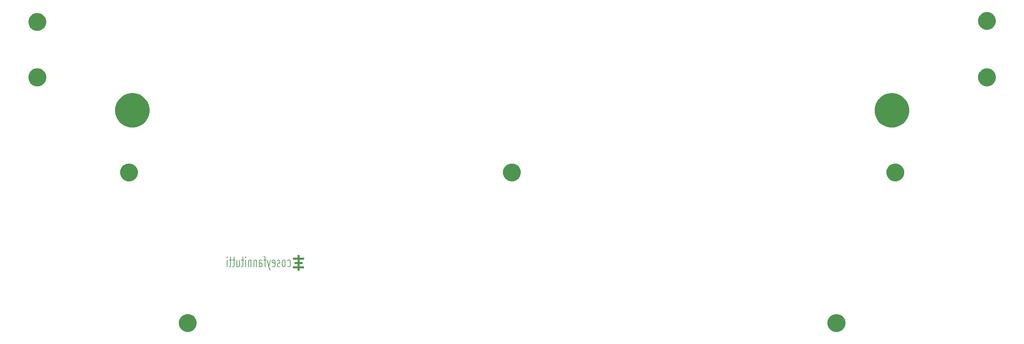
<source format=gbr>
G04 #@! TF.GenerationSoftware,KiCad,Pcbnew,(5.1.4)-1*
G04 #@! TF.CreationDate,2019-10-29T16:24:30-04:00*
G04 #@! TF.ProjectId,romeo-bottom,726f6d65-6f2d-4626-9f74-746f6d2e6b69,rev?*
G04 #@! TF.SameCoordinates,Original*
G04 #@! TF.FileFunction,Soldermask,Bot*
G04 #@! TF.FilePolarity,Negative*
%FSLAX46Y46*%
G04 Gerber Fmt 4.6, Leading zero omitted, Abs format (unit mm)*
G04 Created by KiCad (PCBNEW (5.1.4)-1) date 2019-10-29 16:24:30*
%MOMM*%
%LPD*%
G04 APERTURE LIST*
%ADD10C,0.200000*%
%ADD11C,0.010000*%
%ADD12C,2.000000*%
G04 APERTURE END LIST*
D10*
X88870514Y-77567504D02*
X89013371Y-77686552D01*
X89299085Y-77686552D01*
X89441942Y-77567504D01*
X89513371Y-77448457D01*
X89584800Y-77210361D01*
X89584800Y-76496076D01*
X89513371Y-76257980D01*
X89441942Y-76138933D01*
X89299085Y-76019885D01*
X89013371Y-76019885D01*
X88870514Y-76138933D01*
X88013371Y-77686552D02*
X88156228Y-77567504D01*
X88227657Y-77448457D01*
X88299085Y-77210361D01*
X88299085Y-76496076D01*
X88227657Y-76257980D01*
X88156228Y-76138933D01*
X88013371Y-76019885D01*
X87799085Y-76019885D01*
X87656228Y-76138933D01*
X87584800Y-76257980D01*
X87513371Y-76496076D01*
X87513371Y-77210361D01*
X87584800Y-77448457D01*
X87656228Y-77567504D01*
X87799085Y-77686552D01*
X88013371Y-77686552D01*
X86941942Y-77567504D02*
X86799085Y-77686552D01*
X86513371Y-77686552D01*
X86370514Y-77567504D01*
X86299085Y-77329409D01*
X86299085Y-77210361D01*
X86370514Y-76972266D01*
X86513371Y-76853219D01*
X86727657Y-76853219D01*
X86870514Y-76734171D01*
X86941942Y-76496076D01*
X86941942Y-76377028D01*
X86870514Y-76138933D01*
X86727657Y-76019885D01*
X86513371Y-76019885D01*
X86370514Y-76138933D01*
X85084800Y-77567504D02*
X85227657Y-77686552D01*
X85513371Y-77686552D01*
X85656228Y-77567504D01*
X85727657Y-77329409D01*
X85727657Y-76377028D01*
X85656228Y-76138933D01*
X85513371Y-76019885D01*
X85227657Y-76019885D01*
X85084800Y-76138933D01*
X85013371Y-76377028D01*
X85013371Y-76615123D01*
X85727657Y-76853219D01*
X84513371Y-76019885D02*
X84156228Y-77686552D01*
X83799085Y-76019885D02*
X84156228Y-77686552D01*
X84299085Y-78281790D01*
X84370514Y-78400838D01*
X84513371Y-78519885D01*
X83441942Y-76019885D02*
X82870514Y-76019885D01*
X83227657Y-77686552D02*
X83227657Y-75543695D01*
X83156228Y-75305600D01*
X83013371Y-75186552D01*
X82870514Y-75186552D01*
X81727657Y-77686552D02*
X81727657Y-76377028D01*
X81799085Y-76138933D01*
X81941942Y-76019885D01*
X82227657Y-76019885D01*
X82370514Y-76138933D01*
X81727657Y-77567504D02*
X81870514Y-77686552D01*
X82227657Y-77686552D01*
X82370514Y-77567504D01*
X82441942Y-77329409D01*
X82441942Y-77091314D01*
X82370514Y-76853219D01*
X82227657Y-76734171D01*
X81870514Y-76734171D01*
X81727657Y-76615123D01*
X81013371Y-76019885D02*
X81013371Y-77686552D01*
X81013371Y-76257980D02*
X80941942Y-76138933D01*
X80799085Y-76019885D01*
X80584800Y-76019885D01*
X80441942Y-76138933D01*
X80370514Y-76377028D01*
X80370514Y-77686552D01*
X79656228Y-76019885D02*
X79656228Y-77686552D01*
X79656228Y-76257980D02*
X79584800Y-76138933D01*
X79441942Y-76019885D01*
X79227657Y-76019885D01*
X79084800Y-76138933D01*
X79013371Y-76377028D01*
X79013371Y-77686552D01*
X78299085Y-77686552D02*
X78299085Y-76019885D01*
X78299085Y-75186552D02*
X78370514Y-75305600D01*
X78299085Y-75424647D01*
X78227657Y-75305600D01*
X78299085Y-75186552D01*
X78299085Y-75424647D01*
X77799085Y-76019885D02*
X77227657Y-76019885D01*
X77584800Y-75186552D02*
X77584800Y-77329409D01*
X77513371Y-77567504D01*
X77370514Y-77686552D01*
X77227657Y-77686552D01*
X76084800Y-76019885D02*
X76084800Y-77686552D01*
X76727657Y-76019885D02*
X76727657Y-77329409D01*
X76656228Y-77567504D01*
X76513371Y-77686552D01*
X76299085Y-77686552D01*
X76156228Y-77567504D01*
X76084800Y-77448457D01*
X75584800Y-76019885D02*
X75013371Y-76019885D01*
X75370514Y-75186552D02*
X75370514Y-77329409D01*
X75299085Y-77567504D01*
X75156228Y-77686552D01*
X75013371Y-77686552D01*
X74727657Y-76019885D02*
X74156228Y-76019885D01*
X74513371Y-75186552D02*
X74513371Y-77329409D01*
X74441942Y-77567504D01*
X74299085Y-77686552D01*
X74156228Y-77686552D01*
X73656228Y-77686552D02*
X73656228Y-76019885D01*
X73656228Y-75186552D02*
X73727657Y-75305600D01*
X73656228Y-75424647D01*
X73584800Y-75305600D01*
X73656228Y-75186552D01*
X73656228Y-75424647D01*
D11*
G36*
X91837934Y-78001377D02*
G01*
X92407317Y-77999200D01*
X92976700Y-77997024D01*
X92976700Y-77590624D01*
X91837934Y-77586272D01*
X91837934Y-76925991D01*
X92557601Y-76925991D01*
X92557601Y-76494191D01*
X91837934Y-76494191D01*
X91837934Y-75816977D01*
X92407317Y-75814800D01*
X92976700Y-75812624D01*
X92978963Y-75598841D01*
X92981225Y-75385058D01*
X91837934Y-75385058D01*
X91837934Y-74766991D01*
X91397667Y-74766991D01*
X91397667Y-75385058D01*
X90263134Y-75385058D01*
X90263134Y-75816857D01*
X91397667Y-75816857D01*
X91397667Y-76494191D01*
X90686467Y-76494191D01*
X90686467Y-76925991D01*
X91397667Y-76925991D01*
X91397667Y-77586391D01*
X90263134Y-77586391D01*
X90263134Y-78001257D01*
X91397448Y-78001257D01*
X91401900Y-78589691D01*
X91619917Y-78591950D01*
X91837934Y-78594210D01*
X91837934Y-78001377D01*
X91837934Y-78001377D01*
G37*
X91837934Y-78001377D02*
X92407317Y-77999200D01*
X92976700Y-77997024D01*
X92976700Y-77590624D01*
X91837934Y-77586272D01*
X91837934Y-76925991D01*
X92557601Y-76925991D01*
X92557601Y-76494191D01*
X91837934Y-76494191D01*
X91837934Y-75816977D01*
X92407317Y-75814800D01*
X92976700Y-75812624D01*
X92978963Y-75598841D01*
X92981225Y-75385058D01*
X91837934Y-75385058D01*
X91837934Y-74766991D01*
X91397667Y-74766991D01*
X91397667Y-75385058D01*
X90263134Y-75385058D01*
X90263134Y-75816857D01*
X91397667Y-75816857D01*
X91397667Y-76494191D01*
X90686467Y-76494191D01*
X90686467Y-76925991D01*
X91397667Y-76925991D01*
X91397667Y-77586391D01*
X90263134Y-77586391D01*
X90263134Y-78001257D01*
X91397448Y-78001257D01*
X91401900Y-78589691D01*
X91619917Y-78591950D01*
X91837934Y-78594210D01*
X91837934Y-78001377D01*
D12*
G36*
X63979080Y-89682376D02*
G01*
X64359793Y-89758104D01*
X64769449Y-89927789D01*
X65138129Y-90174134D01*
X65451666Y-90487671D01*
X65698011Y-90856351D01*
X65867696Y-91266007D01*
X65954200Y-91700896D01*
X65954200Y-92144304D01*
X65867696Y-92579193D01*
X65698011Y-92988849D01*
X65451666Y-93357529D01*
X65138129Y-93671066D01*
X64769449Y-93917411D01*
X64359793Y-94087096D01*
X63979080Y-94162824D01*
X63924905Y-94173600D01*
X63481495Y-94173600D01*
X63427320Y-94162824D01*
X63046607Y-94087096D01*
X62636951Y-93917411D01*
X62268271Y-93671066D01*
X61954734Y-93357529D01*
X61708389Y-92988849D01*
X61538704Y-92579193D01*
X61452200Y-92144304D01*
X61452200Y-91700896D01*
X61538704Y-91266007D01*
X61708389Y-90856351D01*
X61954734Y-90487671D01*
X62268271Y-90174134D01*
X62636951Y-89927789D01*
X63046607Y-89758104D01*
X63427320Y-89682376D01*
X63481495Y-89671600D01*
X63924905Y-89671600D01*
X63979080Y-89682376D01*
X63979080Y-89682376D01*
G37*
G36*
X227656680Y-89682376D02*
G01*
X228037393Y-89758104D01*
X228447049Y-89927789D01*
X228815729Y-90174134D01*
X229129266Y-90487671D01*
X229375611Y-90856351D01*
X229545296Y-91266007D01*
X229631800Y-91700896D01*
X229631800Y-92144304D01*
X229545296Y-92579193D01*
X229375611Y-92988849D01*
X229129266Y-93357529D01*
X228815729Y-93671066D01*
X228447049Y-93917411D01*
X228037393Y-94087096D01*
X227656680Y-94162824D01*
X227602505Y-94173600D01*
X227159095Y-94173600D01*
X227104920Y-94162824D01*
X226724207Y-94087096D01*
X226314551Y-93917411D01*
X225945871Y-93671066D01*
X225632334Y-93357529D01*
X225385989Y-92988849D01*
X225216304Y-92579193D01*
X225129800Y-92144304D01*
X225129800Y-91700896D01*
X225216304Y-91266007D01*
X225385989Y-90856351D01*
X225632334Y-90487671D01*
X225945871Y-90174134D01*
X226314551Y-89927789D01*
X226724207Y-89758104D01*
X227104920Y-89682376D01*
X227159095Y-89671600D01*
X227602505Y-89671600D01*
X227656680Y-89682376D01*
X227656680Y-89682376D01*
G37*
G36*
X242515680Y-51582376D02*
G01*
X242896393Y-51658104D01*
X243306049Y-51827789D01*
X243674729Y-52074134D01*
X243988266Y-52387671D01*
X244234611Y-52756351D01*
X244404296Y-53166007D01*
X244490800Y-53600896D01*
X244490800Y-54044304D01*
X244404296Y-54479193D01*
X244234611Y-54888849D01*
X243988266Y-55257529D01*
X243674729Y-55571066D01*
X243306049Y-55817411D01*
X242896393Y-55987096D01*
X242515680Y-56062824D01*
X242461505Y-56073600D01*
X242018095Y-56073600D01*
X241963920Y-56062824D01*
X241583207Y-55987096D01*
X241173551Y-55817411D01*
X240804871Y-55571066D01*
X240491334Y-55257529D01*
X240244989Y-54888849D01*
X240075304Y-54479193D01*
X239988800Y-54044304D01*
X239988800Y-53600896D01*
X240075304Y-53166007D01*
X240244989Y-52756351D01*
X240491334Y-52387671D01*
X240804871Y-52074134D01*
X241173551Y-51827789D01*
X241583207Y-51658104D01*
X241963920Y-51582376D01*
X242018095Y-51571600D01*
X242461505Y-51571600D01*
X242515680Y-51582376D01*
X242515680Y-51582376D01*
G37*
G36*
X145780379Y-51582376D02*
G01*
X146161092Y-51658104D01*
X146570748Y-51827789D01*
X146939428Y-52074134D01*
X147252965Y-52387671D01*
X147499310Y-52756351D01*
X147668995Y-53166007D01*
X147755499Y-53600896D01*
X147755499Y-54044304D01*
X147668995Y-54479193D01*
X147499310Y-54888849D01*
X147252965Y-55257529D01*
X146939428Y-55571066D01*
X146570748Y-55817411D01*
X146161092Y-55987096D01*
X145780379Y-56062824D01*
X145726204Y-56073600D01*
X145282794Y-56073600D01*
X145228619Y-56062824D01*
X144847906Y-55987096D01*
X144438250Y-55817411D01*
X144069570Y-55571066D01*
X143756033Y-55257529D01*
X143509688Y-54888849D01*
X143340003Y-54479193D01*
X143253499Y-54044304D01*
X143253499Y-53600896D01*
X143340003Y-53166007D01*
X143509688Y-52756351D01*
X143756033Y-52387671D01*
X144069570Y-52074134D01*
X144438250Y-51827789D01*
X144847906Y-51658104D01*
X145228619Y-51582376D01*
X145282794Y-51571600D01*
X145726204Y-51571600D01*
X145780379Y-51582376D01*
X145780379Y-51582376D01*
G37*
G36*
X49120080Y-51582376D02*
G01*
X49500793Y-51658104D01*
X49910449Y-51827789D01*
X50279129Y-52074134D01*
X50592666Y-52387671D01*
X50839011Y-52756351D01*
X51008696Y-53166007D01*
X51095200Y-53600896D01*
X51095200Y-54044304D01*
X51008696Y-54479193D01*
X50839011Y-54888849D01*
X50592666Y-55257529D01*
X50279129Y-55571066D01*
X49910449Y-55817411D01*
X49500793Y-55987096D01*
X49120080Y-56062824D01*
X49065905Y-56073600D01*
X48622495Y-56073600D01*
X48568320Y-56062824D01*
X48187607Y-55987096D01*
X47777951Y-55817411D01*
X47409271Y-55571066D01*
X47095734Y-55257529D01*
X46849389Y-54888849D01*
X46679704Y-54479193D01*
X46593200Y-54044304D01*
X46593200Y-53600896D01*
X46679704Y-53166007D01*
X46849389Y-52756351D01*
X47095734Y-52387671D01*
X47409271Y-52074134D01*
X47777951Y-51827789D01*
X48187607Y-51658104D01*
X48568320Y-51582376D01*
X48622495Y-51571600D01*
X49065905Y-51571600D01*
X49120080Y-51582376D01*
X49120080Y-51582376D01*
G37*
G36*
X241915155Y-33806194D02*
G01*
X242636139Y-33949606D01*
X243427971Y-34277593D01*
X244140600Y-34753757D01*
X244746642Y-35359799D01*
X245222806Y-36072428D01*
X245550793Y-36864260D01*
X245717999Y-37704864D01*
X245717999Y-38561936D01*
X245550793Y-39402540D01*
X245222806Y-40194372D01*
X244746642Y-40907001D01*
X244140600Y-41513043D01*
X243427971Y-41989207D01*
X242636139Y-42317194D01*
X241915155Y-42460606D01*
X241795536Y-42484400D01*
X240938462Y-42484400D01*
X240818843Y-42460606D01*
X240097859Y-42317194D01*
X239306027Y-41989207D01*
X238593398Y-41513043D01*
X237987356Y-40907001D01*
X237511192Y-40194372D01*
X237183205Y-39402540D01*
X237015999Y-38561936D01*
X237015999Y-37704864D01*
X237183205Y-36864260D01*
X237511192Y-36072428D01*
X237987356Y-35359799D01*
X238593398Y-34753757D01*
X239306027Y-34277593D01*
X240097859Y-33949606D01*
X240818843Y-33806194D01*
X240938462Y-33782400D01*
X241795536Y-33782400D01*
X241915155Y-33806194D01*
X241915155Y-33806194D01*
G37*
G36*
X50265157Y-33806194D02*
G01*
X50986141Y-33949606D01*
X51777973Y-34277593D01*
X52490602Y-34753757D01*
X53096644Y-35359799D01*
X53572808Y-36072428D01*
X53900795Y-36864260D01*
X54068001Y-37704864D01*
X54068001Y-38561936D01*
X53900795Y-39402540D01*
X53572808Y-40194372D01*
X53096644Y-40907001D01*
X52490602Y-41513043D01*
X51777973Y-41989207D01*
X50986141Y-42317194D01*
X50265157Y-42460606D01*
X50145538Y-42484400D01*
X49288464Y-42484400D01*
X49168845Y-42460606D01*
X48447861Y-42317194D01*
X47656029Y-41989207D01*
X46943400Y-41513043D01*
X46337358Y-40907001D01*
X45861194Y-40194372D01*
X45533207Y-39402540D01*
X45366001Y-38561936D01*
X45366001Y-37704864D01*
X45533207Y-36864260D01*
X45861194Y-36072428D01*
X46337358Y-35359799D01*
X46943400Y-34753757D01*
X47656029Y-34277593D01*
X48447861Y-33949606D01*
X49168845Y-33806194D01*
X49288464Y-33782400D01*
X50145538Y-33782400D01*
X50265157Y-33806194D01*
X50265157Y-33806194D01*
G37*
G36*
X25992881Y-27532376D02*
G01*
X26373594Y-27608104D01*
X26783250Y-27777789D01*
X27151930Y-28024134D01*
X27465467Y-28337671D01*
X27711812Y-28706351D01*
X27881497Y-29116007D01*
X27968001Y-29550896D01*
X27968001Y-29994304D01*
X27881497Y-30429193D01*
X27711812Y-30838849D01*
X27465467Y-31207529D01*
X27151930Y-31521066D01*
X26783250Y-31767411D01*
X26373594Y-31937096D01*
X25992881Y-32012824D01*
X25938706Y-32023600D01*
X25495296Y-32023600D01*
X25441121Y-32012824D01*
X25060408Y-31937096D01*
X24650752Y-31767411D01*
X24282072Y-31521066D01*
X23968535Y-31207529D01*
X23722190Y-30838849D01*
X23552505Y-30429193D01*
X23466001Y-29994304D01*
X23466001Y-29550896D01*
X23552505Y-29116007D01*
X23722190Y-28706351D01*
X23968535Y-28337671D01*
X24282072Y-28024134D01*
X24650752Y-27777789D01*
X25060408Y-27608104D01*
X25441121Y-27532376D01*
X25495296Y-27521600D01*
X25938706Y-27521600D01*
X25992881Y-27532376D01*
X25992881Y-27532376D01*
G37*
G36*
X265642879Y-27532376D02*
G01*
X266023592Y-27608104D01*
X266433248Y-27777789D01*
X266801928Y-28024134D01*
X267115465Y-28337671D01*
X267361810Y-28706351D01*
X267531495Y-29116007D01*
X267617999Y-29550896D01*
X267617999Y-29994304D01*
X267531495Y-30429193D01*
X267361810Y-30838849D01*
X267115465Y-31207529D01*
X266801928Y-31521066D01*
X266433248Y-31767411D01*
X266023592Y-31937096D01*
X265642879Y-32012824D01*
X265588704Y-32023600D01*
X265145294Y-32023600D01*
X265091119Y-32012824D01*
X264710406Y-31937096D01*
X264300750Y-31767411D01*
X263932070Y-31521066D01*
X263618533Y-31207529D01*
X263372188Y-30838849D01*
X263202503Y-30429193D01*
X263115999Y-29994304D01*
X263115999Y-29550896D01*
X263202503Y-29116007D01*
X263372188Y-28706351D01*
X263618533Y-28337671D01*
X263932070Y-28024134D01*
X264300750Y-27777789D01*
X264710406Y-27608104D01*
X265091119Y-27532376D01*
X265145294Y-27521600D01*
X265588704Y-27521600D01*
X265642879Y-27532376D01*
X265642879Y-27532376D01*
G37*
G36*
X25992881Y-13532376D02*
G01*
X26373594Y-13608104D01*
X26783250Y-13777789D01*
X27151930Y-14024134D01*
X27465467Y-14337671D01*
X27711812Y-14706351D01*
X27881497Y-15116007D01*
X27968001Y-15550896D01*
X27968001Y-15994304D01*
X27881497Y-16429193D01*
X27711812Y-16838849D01*
X27465467Y-17207529D01*
X27151930Y-17521066D01*
X26783250Y-17767411D01*
X26373594Y-17937096D01*
X25992881Y-18012824D01*
X25938706Y-18023600D01*
X25495296Y-18023600D01*
X25441121Y-18012824D01*
X25060408Y-17937096D01*
X24650752Y-17767411D01*
X24282072Y-17521066D01*
X23968535Y-17207529D01*
X23722190Y-16838849D01*
X23552505Y-16429193D01*
X23466001Y-15994304D01*
X23466001Y-15550896D01*
X23552505Y-15116007D01*
X23722190Y-14706351D01*
X23968535Y-14337671D01*
X24282072Y-14024134D01*
X24650752Y-13777789D01*
X25060408Y-13608104D01*
X25441121Y-13532376D01*
X25495296Y-13521600D01*
X25938706Y-13521600D01*
X25992881Y-13532376D01*
X25992881Y-13532376D01*
G37*
G36*
X265642879Y-13257375D02*
G01*
X266023592Y-13333103D01*
X266433248Y-13502788D01*
X266801928Y-13749133D01*
X267115465Y-14062670D01*
X267361810Y-14431350D01*
X267531495Y-14841006D01*
X267617999Y-15275895D01*
X267617999Y-15719303D01*
X267531495Y-16154192D01*
X267361810Y-16563848D01*
X267115465Y-16932528D01*
X266801928Y-17246065D01*
X266433248Y-17492410D01*
X266023592Y-17662095D01*
X265642879Y-17737823D01*
X265588704Y-17748599D01*
X265145294Y-17748599D01*
X265091119Y-17737823D01*
X264710406Y-17662095D01*
X264300750Y-17492410D01*
X263932070Y-17246065D01*
X263618533Y-16932528D01*
X263372188Y-16563848D01*
X263202503Y-16154192D01*
X263115999Y-15719303D01*
X263115999Y-15275895D01*
X263202503Y-14841006D01*
X263372188Y-14431350D01*
X263618533Y-14062670D01*
X263932070Y-13749133D01*
X264300750Y-13502788D01*
X264710406Y-13333103D01*
X265091119Y-13257375D01*
X265145294Y-13246599D01*
X265588704Y-13246599D01*
X265642879Y-13257375D01*
X265642879Y-13257375D01*
G37*
M02*

</source>
